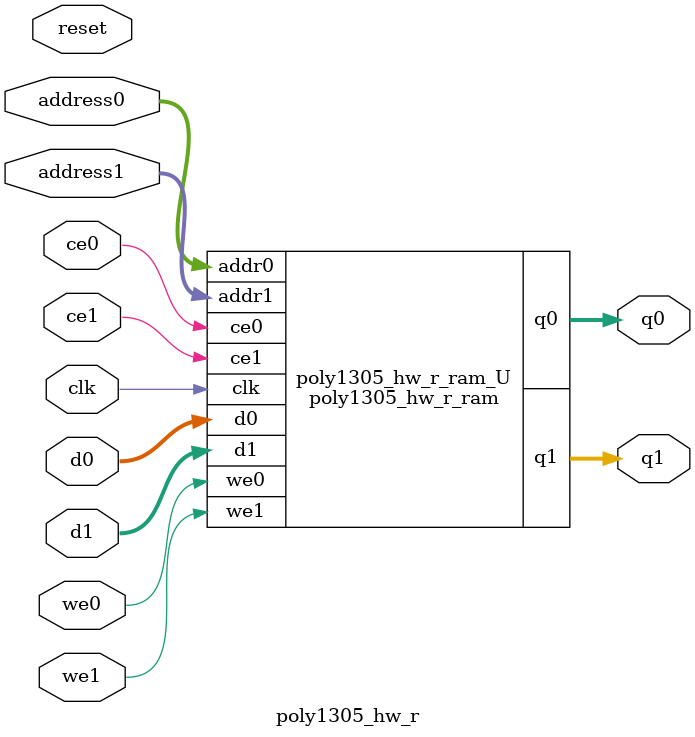
<source format=v>
`timescale 1 ns / 1 ps
module poly1305_hw_r_ram (addr0, ce0, d0, we0, q0, addr1, ce1, d1, we1, q1,  clk);

parameter DWIDTH = 8;
parameter AWIDTH = 4;
parameter MEM_SIZE = 16;

input[AWIDTH-1:0] addr0;
input ce0;
input[DWIDTH-1:0] d0;
input we0;
output reg[DWIDTH-1:0] q0;
input[AWIDTH-1:0] addr1;
input ce1;
input[DWIDTH-1:0] d1;
input we1;
output reg[DWIDTH-1:0] q1;
input clk;

(* ram_style = "block" *)reg [DWIDTH-1:0] ram[0:MEM_SIZE-1];




always @(posedge clk)  
begin 
    if (ce0) 
    begin
        if (we0) 
        begin 
            ram[addr0] <= d0; 
        end 
        q0 <= ram[addr0];
    end
end


always @(posedge clk)  
begin 
    if (ce1) 
    begin
        if (we1) 
        begin 
            ram[addr1] <= d1; 
        end 
        q1 <= ram[addr1];
    end
end


endmodule

`timescale 1 ns / 1 ps
module poly1305_hw_r(
    reset,
    clk,
    address0,
    ce0,
    we0,
    d0,
    q0,
    address1,
    ce1,
    we1,
    d1,
    q1);

parameter DataWidth = 32'd8;
parameter AddressRange = 32'd16;
parameter AddressWidth = 32'd4;
input reset;
input clk;
input[AddressWidth - 1:0] address0;
input ce0;
input we0;
input[DataWidth - 1:0] d0;
output[DataWidth - 1:0] q0;
input[AddressWidth - 1:0] address1;
input ce1;
input we1;
input[DataWidth - 1:0] d1;
output[DataWidth - 1:0] q1;



poly1305_hw_r_ram poly1305_hw_r_ram_U(
    .clk( clk ),
    .addr0( address0 ),
    .ce0( ce0 ),
    .we0( we0 ),
    .d0( d0 ),
    .q0( q0 ),
    .addr1( address1 ),
    .ce1( ce1 ),
    .we1( we1 ),
    .d1( d1 ),
    .q1( q1 ));

endmodule


</source>
